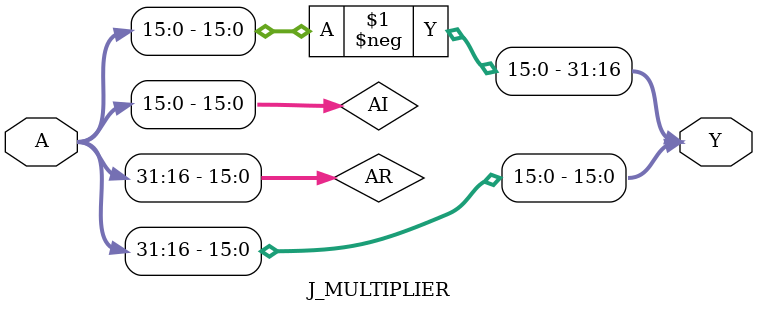
<source format=v>
module J_MULTIPLIER (
    input		[32-1: 0]	A,
	output		[32-1: 0]	Y 
);
		    
wire signed [15:0] AR;
wire signed [15:0] AI;
wire signed [15:0] YR;
wire signed [15:0] YI;
						    
assign {AR, AI} = A;        // j×(AR+j×AI) = -AI+j×AR
assign Y = {-AI, AR};

endmodule

</source>
